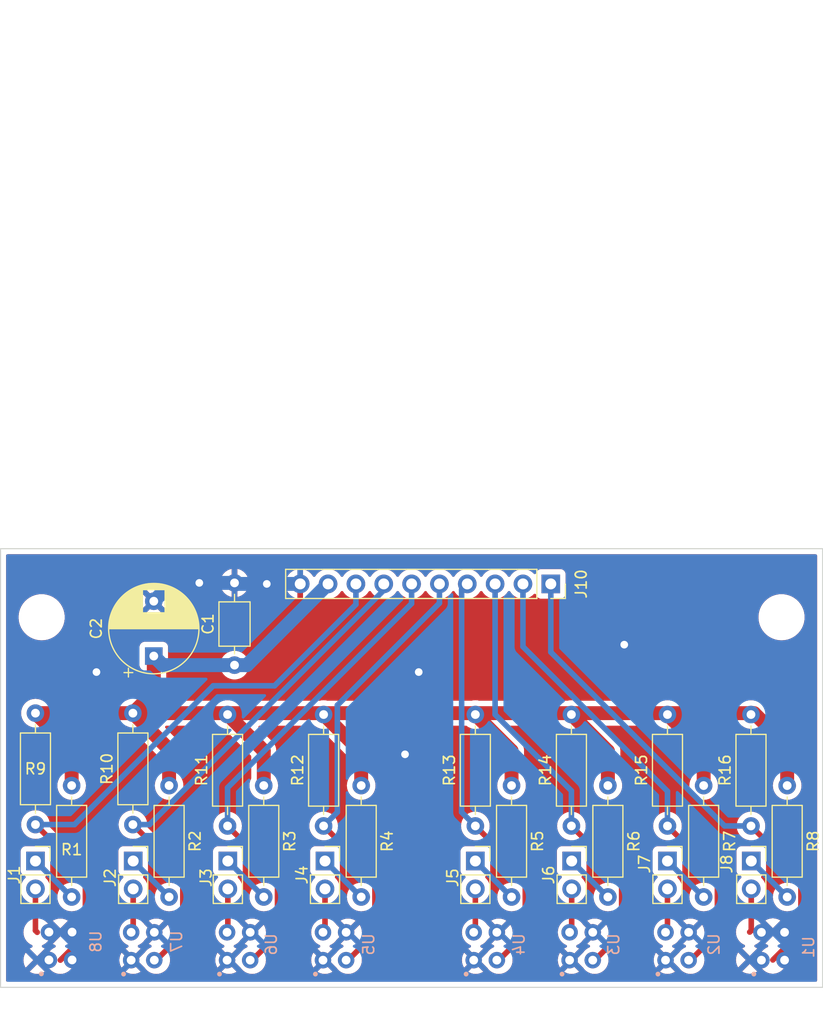
<source format=kicad_pcb>
(kicad_pcb (version 20211014) (generator pcbnew)
  (layers (0 "F.Cu" signal) (31 "B.Cu" signal) (34 "B.Paste" user) (35 "F.Paste" user) (36 "B.SilkS" user "B.Silkscreen") (37 "F.SilkS" user "F.Silkscreen") (38 "B.Mask" user) (39 "F.Mask" user) (44 "Edge.Cuts" user))
  (net 0 "")
  (net 1 "+3V3")
  (net 2 "GND")
  (net 3 "Net-(J1-Pad1)")
  (net 4 "Net-(J1-Pad2)")
  (net 5 "Net-(J2-Pad1)")
  (net 6 "Net-(J2-Pad2)")
  (net 7 "Net-(J3-Pad1)")
  (net 8 "Net-(J3-Pad2)")
  (net 9 "Net-(J4-Pad1)")
  (net 10 "Net-(J4-Pad2)")
  (net 11 "Net-(J5-Pad1)")
  (net 12 "Net-(J5-Pad2)")
  (net 13 "Net-(J6-Pad1)")
  (net 14 "Net-(J6-Pad2)")
  (net 15 "Net-(J7-Pad1)")
  (net 16 "Net-(J7-Pad2)")
  (net 17 "Net-(J8-Pad1)")
  (net 18 "Net-(J8-Pad2)")
  (net 19 "s7")
  (net 20 "s6")
  (net 21 "s0")
  (net 22 "s1")
  (net 23 "s2")
  (net 24 "s3")
  (net 25 "s4")
  (net 26 "s5")
  (footprint "Resistor_THT:R_Axial_DIN0207_L6.3mm_D2.5mm_P10.16mm_Horizontal" (layer "F.Cu") (at 165.862 101.6 -90)
    (fp_text reference "R3" (at 5.08 -2.37 90) (layer "F.SilkS"))
    (fp_text value "91")
    (pad "1" thru_hole circle (at 0 0 270) (size 1.6 1.6) (drill 0.8) (layers *.Cu *.Mask) (net 1 "+3V3"))
    (pad "2" thru_hole oval (at 10.16 0 270) (size 1.6 1.6) (drill 0.8) (layers *.Cu *.Mask) (net 7 "Net-(J3-Pad1)"))
  )
  (footprint "Resistor_THT:R_Axial_DIN0207_L6.3mm_D2.5mm_P10.16mm_Horizontal" (layer "F.Cu") (at 153.924 105.156 90)
    (fp_text reference "R10" (at 5.08 -2.37 90) (layer "F.SilkS"))
    (fp_text value "R_Small")
    (pad "1" thru_hole circle (at 0 0 90) (size 1.6 1.6) (drill 0.8) (layers *.Cu *.Mask) (net 22 "s1"))
    (pad "2" thru_hole oval (at 10.16 0 90) (size 1.6 1.6) (drill 0.8) (layers *.Cu *.Mask) (net 1 "+3V3"))
  )
  (footprint "Capacitor_THT:C_Axial_L3.8mm_D2.6mm_P7.50mm_Horizontal" (layer "F.Cu") (at 163.195 90.618 90)
    (fp_text reference "C1" (at 3.75 -2.42 90) (layer "F.SilkS"))
    (fp_text value "C_Small")
    (pad "1" thru_hole circle (at 0 0 90) (size 1.6 1.6) (drill 0.8) (layers *.Cu *.Mask) (net 1 "+3V3"))
    (pad "2" thru_hole oval (at 7.5 0 90) (size 1.6 1.6) (drill 0.8) (layers *.Cu *.Mask) (net 2 "GND"))
  )
  (footprint "Connector_PinSocket_2.54mm:PinSocket_1x02_P2.54mm_Vertical" (layer "F.Cu") (at 185.166 108.478)
    (fp_text reference "J5" (at -2.0666 1.522 90) (layer "F.SilkS"))
    (fp_text value "jumper")
    (pad "1" thru_hole rect (at 0 0) (size 1.7 1.7) (drill 1) (layers *.Cu *.Mask) (net 11 "Net-(J5-Pad1)"))
    (pad "2" thru_hole oval (at 0 2.54) (size 1.7 1.7) (drill 1) (layers *.Cu *.Mask) (net 12 "Net-(J5-Pad2)"))
  )
  (footprint "Resistor_THT:R_Axial_DIN0207_L6.3mm_D2.5mm_P10.16mm_Horizontal" (layer "F.Cu") (at 174.752 101.6 -90)
    (fp_text reference "R4" (at 5.08 -2.37 90) (layer "F.SilkS"))
    (fp_text value "91")
    (pad "1" thru_hole circle (at 0 0 270) (size 1.6 1.6) (drill 0.8) (layers *.Cu *.Mask) (net 1 "+3V3"))
    (pad "2" thru_hole oval (at 10.16 0 270) (size 1.6 1.6) (drill 0.8) (layers *.Cu *.Mask) (net 9 "Net-(J4-Pad1)"))
  )
  (footprint "Resistor_THT:R_Axial_DIN0207_L6.3mm_D2.5mm_P10.16mm_Horizontal" (layer "F.Cu") (at 148.336 101.6 -90)
    (fp_text reference "R1" (at 5.842 0 180) (layer "F.SilkS"))
    (fp_text value "91")
    (pad "1" thru_hole circle (at 0 0 270) (size 1.6 1.6) (drill 0.8) (layers *.Cu *.Mask) (net 1 "+3V3"))
    (pad "2" thru_hole oval (at 10.16 0 270) (size 1.6 1.6) (drill 0.8) (layers *.Cu *.Mask) (net 3 "Net-(J1-Pad1)"))
  )
  (footprint "MountingHole:MountingHole_3.2mm_M3" (layer "F.Cu") (at 145.5994 86.25)
    (fp_text reference "REF**" hide)
    (fp_text value "MountingHole_3.2mm_M3" hide)
    (pad "" np_thru_hole circle (at 0 0) (size 3.2 3.2) (drill 3.2) (layers *.Cu *.Mask))
  )
  (footprint "Connector_PinSocket_2.54mm:PinSocket_1x02_P2.54mm_Vertical" (layer "F.Cu") (at 171.45 108.478)
    (fp_text reference "J4" (at -2.1006 1.27 90) (layer "F.SilkS"))
    (fp_text value "jumper")
    (pad "1" thru_hole rect (at 0 0) (size 1.7 1.7) (drill 1) (layers *.Cu *.Mask) (net 9 "Net-(J4-Pad1)"))
    (pad "2" thru_hole oval (at 0 2.54) (size 1.7 1.7) (drill 1) (layers *.Cu *.Mask) (net 10 "Net-(J4-Pad2)"))
  )
  (footprint "Connector_PinSocket_2.54mm:PinSocket_1x02_P2.54mm_Vertical" (layer "F.Cu") (at 145.034 108.478)
    (fp_text reference "J1" (at -1.9346 1.27 90) (layer "F.SilkS"))
    (fp_text value "jumper")
    (pad "1" thru_hole rect (at 0 0) (size 1.7 1.7) (drill 1) (layers *.Cu *.Mask) (net 3 "Net-(J1-Pad1)"))
    (pad "2" thru_hole oval (at 0 2.54) (size 1.7 1.7) (drill 1) (layers *.Cu *.Mask) (net 4 "Net-(J1-Pad2)"))
  )
  (footprint "Resistor_THT:R_Axial_DIN0207_L6.3mm_D2.5mm_P10.16mm_Horizontal" (layer "F.Cu") (at 162.56 105.283 90)
    (fp_text reference "R11" (at 5.08 -2.37 90) (layer "F.SilkS"))
    (fp_text value "R_Small")
    (pad "1" thru_hole circle (at 0 0 90) (size 1.6 1.6) (drill 0.8) (layers *.Cu *.Mask) (net 23 "s2"))
    (pad "2" thru_hole oval (at 10.16 0 90) (size 1.6 1.6) (drill 0.8) (layers *.Cu *.Mask) (net 1 "+3V3"))
  )
  (footprint "Resistor_THT:R_Axial_DIN0207_L6.3mm_D2.5mm_P10.16mm_Horizontal" (layer "F.Cu") (at 171.323 105.283 90)
    (fp_text reference "R12" (at 5.08 -2.37 90) (layer "F.SilkS"))
    (fp_text value "R_Small")
    (pad "1" thru_hole circle (at 0 0 90) (size 1.6 1.6) (drill 0.8) (layers *.Cu *.Mask) (net 24 "s3"))
    (pad "2" thru_hole oval (at 10.16 0 90) (size 1.6 1.6) (drill 0.8) (layers *.Cu *.Mask) (net 1 "+3V3"))
  )
  (footprint "Connector_PinSocket_2.54mm:PinSocket_1x10_P2.54mm_Vertical" (layer "F.Cu") (at 192.0494 83.2104 -90)
    (fp_text reference "J10" (at 0 -2.77 90) (layer "F.SilkS"))
    (fp_text value "Conn_01x10_Male")
    (pad "1" thru_hole rect (at 0 0 270) (size 1.7 1.7) (drill 1) (layers *.Cu *.Mask) (net 19 "s7"))
    (pad "2" thru_hole oval (at 0 2.54 270) (size 1.7 1.7) (drill 1) (layers *.Cu *.Mask) (net 20 "s6"))
    (pad "3" thru_hole oval (at 0 5.08 270) (size 1.7 1.7) (drill 1) (layers *.Cu *.Mask) (net 26 "s5"))
    (pad "4" thru_hole oval (at 0 7.62 270) (size 1.7 1.7) (drill 1) (layers *.Cu *.Mask) (net 25 "s4"))
    (pad "5" thru_hole oval (at 0 10.16 270) (size 1.7 1.7) (drill 1) (layers *.Cu *.Mask) (net 24 "s3"))
    (pad "6" thru_hole oval (at 0 12.7 270) (size 1.7 1.7) (drill 1) (layers *.Cu *.Mask) (net 23 "s2"))
    (pad "7" thru_hole oval (at 0 15.24 270) (size 1.7 1.7) (drill 1) (layers *.Cu *.Mask) (net 22 "s1"))
    (pad "8" thru_hole oval (at 0 17.78 270) (size 1.7 1.7) (drill 1) (layers *.Cu *.Mask) (net 21 "s0"))
    (pad "9" thru_hole oval (at 0 20.32 270) (size 1.7 1.7) (drill 1) (layers *.Cu *.Mask) (net 1 "+3V3"))
    (pad "10" thru_hole oval (at 0 22.86 270) (size 1.7 1.7) (drill 1) (layers *.Cu *.Mask) (net 2 "GND"))
  )
  (footprint "Capacitor_THT:CP_Radial_D8.0mm_P5.00mm" (layer "F.Cu") (at 155.829 89.789 90)
    (fp_text reference "C2" (at 2.5 -5.25 90) (layer "F.SilkS"))
    (fp_text value "C_Polarized_Small")
    (pad "1" thru_hole rect (at 0 0 90) (size 1.6 1.6) (drill 0.8) (layers *.Cu *.Mask) (net 1 "+3V3"))
    (pad "2" thru_hole circle (at 5 0 90) (size 1.6 1.6) (drill 0.8) (layers *.Cu *.Mask) (net 2 "GND"))
  )
  (footprint "Resistor_THT:R_Axial_DIN0207_L6.3mm_D2.5mm_P10.16mm_Horizontal" (layer "F.Cu") (at 157.226 101.6 -90)
    (fp_text reference "R2" (at 5.08 -2.37 90) (layer "F.SilkS"))
    (fp_text value "91")
    (pad "1" thru_hole circle (at 0 0 270) (size 1.6 1.6) (drill 0.8) (layers *.Cu *.Mask) (net 1 "+3V3"))
    (pad "2" thru_hole oval (at 10.16 0 270) (size 1.6 1.6) (drill 0.8) (layers *.Cu *.Mask) (net 5 "Net-(J2-Pad1)"))
  )
  (footprint "Resistor_THT:R_Axial_DIN0207_L6.3mm_D2.5mm_P10.16mm_Horizontal" (layer "F.Cu") (at 205.994 101.6 -90)
    (fp_text reference "R7" (at 5.08 -2.37 90) (layer "F.SilkS"))
    (fp_text value "91")
    (pad "1" thru_hole circle (at 0 0 270) (size 1.6 1.6) (drill 0.8) (layers *.Cu *.Mask) (net 1 "+3V3"))
    (pad "2" thru_hole oval (at 10.16 0 270) (size 1.6 1.6) (drill 0.8) (layers *.Cu *.Mask) (net 15 "Net-(J7-Pad1)"))
  )
  (footprint "Resistor_THT:R_Axial_DIN0207_L6.3mm_D2.5mm_P10.16mm_Horizontal" (layer "F.Cu") (at 210.312 105.283 90)
    (fp_text reference "R16" (at 5.08 -2.37 90) (layer "F.SilkS"))
    (fp_text value "R_Small")
    (pad "1" thru_hole circle (at 0 0 90) (size 1.6 1.6) (drill 0.8) (layers *.Cu *.Mask) (net 19 "s7"))
    (pad "2" thru_hole oval (at 10.16 0 90) (size 1.6 1.6) (drill 0.8) (layers *.Cu *.Mask) (net 1 "+3V3"))
  )
  (footprint "Resistor_THT:R_Axial_DIN0207_L6.3mm_D2.5mm_P10.16mm_Horizontal" (layer "F.Cu") (at 197.256 101.6 -90)
    (fp_text reference "R6" (at 5.08 -2.37 90) (layer "F.SilkS"))
    (fp_text value "91")
    (pad "1" thru_hole circle (at 0 0 270) (size 1.6 1.6) (drill 0.8) (layers *.Cu *.Mask) (net 1 "+3V3"))
    (pad "2" thru_hole oval (at 10.16 0 270) (size 1.6 1.6) (drill 0.8) (layers *.Cu *.Mask) (net 13 "Net-(J6-Pad1)"))
  )
  (footprint "Connector_PinSocket_2.54mm:PinSocket_1x02_P2.54mm_Vertical" (layer "F.Cu") (at 202.692 108.478)
    (fp_text reference "J7" (at -2.0926 0.272 90) (layer "F.SilkS"))
    (fp_text value "jumper")
    (pad "1" thru_hole rect (at 0 0) (size 1.7 1.7) (drill 1) (layers *.Cu *.Mask) (net 15 "Net-(J7-Pad1)"))
    (pad "2" thru_hole oval (at 0 2.54) (size 1.7 1.7) (drill 1) (layers *.Cu *.Mask) (net 16 "Net-(J7-Pad2)"))
  )
  (footprint "Resistor_THT:R_Axial_DIN0207_L6.3mm_D2.5mm_P10.16mm_Horizontal" (layer "F.Cu") (at 193.929 105.283 90)
    (fp_text reference "R14" (at 5.08 -2.37 90) (layer "F.SilkS"))
    (fp_text value "R_Small")
    (pad "1" thru_hole circle (at 0 0 90) (size 1.6 1.6) (drill 0.8) (layers *.Cu *.Mask) (net 26 "s5"))
    (pad "2" thru_hole oval (at 10.16 0 90) (size 1.6 1.6) (drill 0.8) (layers *.Cu *.Mask) (net 1 "+3V3"))
  )
  (footprint "Resistor_THT:R_Axial_DIN0207_L6.3mm_D2.5mm_P10.16mm_Horizontal" (layer "F.Cu") (at 188.468 101.6 -90)
    (fp_text reference "R5" (at 5.08 -2.37 90) (layer "F.SilkS"))
    (fp_text value "91")
    (pad "1" thru_hole circle (at 0 0 270) (size 1.6 1.6) (drill 0.8) (layers *.Cu *.Mask) (net 1 "+3V3"))
    (pad "2" thru_hole oval (at 10.16 0 270) (size 1.6 1.6) (drill 0.8) (layers *.Cu *.Mask) (net 11 "Net-(J5-Pad1)"))
  )
  (footprint "Resistor_THT:R_Axial_DIN0207_L6.3mm_D2.5mm_P10.16mm_Horizontal" (layer "F.Cu") (at 202.692 105.283 90)
    (fp_text reference "R15" (at 5.08 -2.37 90) (layer "F.SilkS"))
    (fp_text value "R_Small")
    (pad "1" thru_hole circle (at 0 0 90) (size 1.6 1.6) (drill 0.8) (layers *.Cu *.Mask) (net 20 "s6"))
    (pad "2" thru_hole oval (at 10.16 0 90) (size 1.6 1.6) (drill 0.8) (layers *.Cu *.Mask) (net 1 "+3V3"))
  )
  (footprint "Connector_PinSocket_2.54mm:PinSocket_1x02_P2.54mm_Vertical" (layer "F.Cu") (at 210.337 108.478)
    (fp_text reference "J8" (at -2.2376 0.272 90) (layer "F.SilkS"))
    (fp_text value "jumper")
    (pad "1" thru_hole rect (at 0 0) (size 1.7 1.7) (drill 1) (layers *.Cu *.Mask) (net 17 "Net-(J8-Pad1)"))
    (pad "2" thru_hole oval (at 0 2.54) (size 1.7 1.7) (drill 1) (layers *.Cu *.Mask) (net 18 "Net-(J8-Pad2)"))
  )
  (footprint "MountingHole:MountingHole_3.2mm_M3" (layer "F.Cu") (at 213.0994 86.25)
    (fp_text reference "REF**" hide)
    (fp_text value "MountingHole_3.2mm_M3" hide)
    (pad "" np_thru_hole circle (at 0 0) (size 3.2 3.2) (drill 3.2) (layers *.Cu *.Mask))
  )
  (footprint "Connector_PinSocket_2.54mm:PinSocket_1x02_P2.54mm_Vertical" (layer "F.Cu") (at 193.954 108.478)
    (fp_text reference "J6" (at -2.1046 1.27 90) (layer "F.SilkS"))
    (fp_text value "jumper")
    (pad "1" thru_hole rect (at 0 0) (size 1.7 1.7) (drill 1) (layers *.Cu *.Mask) (net 13 "Net-(J6-Pad1)"))
    (pad "2" thru_hole oval (at 0 2.54) (size 1.7 1.7) (drill 1) (layers *.Cu *.Mask) (net 14 "Net-(J6-Pad2)"))
  )
  (footprint "Resistor_THT:R_Axial_DIN0207_L6.3mm_D2.5mm_P10.16mm_Horizontal" (layer "F.Cu") (at 185.166 105.283 90)
    (fp_text reference "R13" (at 5.08 -2.37 90) (layer "F.SilkS"))
    (fp_text value "R_Small")
    (pad "1" thru_hole circle (at 0 0 90) (size 1.6 1.6) (drill 0.8) (layers *.Cu *.Mask) (net 25 "s4"))
    (pad "2" thru_hole oval (at 10.16 0 90) (size 1.6 1.6) (drill 0.8) (layers *.Cu *.Mask) (net 1 "+3V3"))
  )
  (footprint "Connector_PinSocket_2.54mm:PinSocket_1x02_P2.54mm_Vertical" (layer "F.Cu") (at 153.949 108.478)
    (fp_text reference "J2" (at -2.0996 1.522 90) (layer "F.SilkS"))
    (fp_text value "jumper")
    (pad "1" thru_hole rect (at 0 0) (size 1.7 1.7) (drill 1) (layers *.Cu *.Mask) (net 5 "Net-(J2-Pad1)"))
    (pad "2" thru_hole oval (at 0 2.54) (size 1.7 1.7) (drill 1) (layers *.Cu *.Mask) (net 6 "Net-(J2-Pad2)"))
  )
  (footprint "Connector_PinSocket_2.54mm:PinSocket_1x02_P2.54mm_Vertical" (layer "F.Cu") (at 162.585 108.478)
    (fp_text reference "J3" (at -1.9856 1.522 90) (layer "F.SilkS"))
    (fp_text value "jumper")
    (pad "1" thru_hole rect (at 0 0) (size 1.7 1.7) (drill 1) (layers *.Cu *.Mask) (net 7 "Net-(J3-Pad1)"))
    (pad "2" thru_hole oval (at 0 2.54) (size 1.7 1.7) (drill 1) (layers *.Cu *.Mask) (net 8 "Net-(J3-Pad2)"))
  )
  (footprint "Resistor_THT:R_Axial_DIN0207_L6.3mm_D2.5mm_P10.16mm_Horizontal" (layer "F.Cu") (at 213.614 101.6 -90)
    (fp_text reference "R8" (at 5.08 -2.37 90) (layer "F.SilkS"))
    (fp_text value "91")
    (pad "1" thru_hole circle (at 0 0 270) (size 1.6 1.6) (drill 0.8) (layers *.Cu *.Mask) (net 1 "+3V3"))
    (pad "2" thru_hole oval (at 10.16 0 270) (size 1.6 1.6) (drill 0.8) (layers *.Cu *.Mask) (net 17 "Net-(J8-Pad1)"))
  )
  (footprint "Resistor_THT:R_Axial_DIN0207_L6.3mm_D2.5mm_P10.16mm_Horizontal" (layer "F.Cu") (at 145.034 105.156 90)
    (fp_text reference "R9" (at 5.08 0 180) (layer "F.SilkS"))
    (fp_text value "R_Small")
    (pad "1" thru_hole circle (at 0 0 90) (size 1.6 1.6) (drill 0.8) (layers *.Cu *.Mask) (net 21 "s0"))
    (pad "2" thru_hole oval (at 10.16 0 90) (size 1.6 1.6) (drill 0.8) (layers *.Cu *.Mask) (net 1 "+3V3"))
  )
  (footprint "qrd111x:qrd111x" (layer "B.Cu") (at 147.32 116.23)
    (fp_text reference "U8" (at 3.224 -0.406 90 unlocked) (layer "B.SilkS") (effects (justify mirror)))
    (fp_text value "qrd111x")
    (pad "1" thru_hole circle (at -1.055 1.27 180) (size 1.5 1.5) (drill 0.8) (layers *.Cu *.Mask) (net 19 "s7"))
    (pad "2" thru_hole circle (at -1.055 -1.27 180) (size 1.5 1.5) (drill 0.8) (layers *.Cu *.Mask) (net 2 "GND"))
    (pad "3" thru_hole circle (at 1.055 -1.27 180) (size 1.5 1.5) (drill 0.8) (layers *.Cu *.Mask) (net 18 "Net-(J8-Pad2)"))
    (pad "4" thru_hole circle (at 1.055 1.27 180) (size 1.5 1.5) (drill 0.8) (layers *.Cu *.Mask) (net 2 "GND"))
  )
  (footprint "qrd111x:qrd111x" (layer "B.Cu") (at 163.57 116.25)
    (fp_text reference "U6" (at 2.976 -0.172 90 unlocked) (layer "B.SilkS") (effects (justify mirror)))
    (fp_text value "qrd111x")
    (pad "1" thru_hole circle (at -1.055 1.27 180) (size 1.5 1.5) (drill 0.8) (layers *.Cu *.Mask) (net 26 "s5"))
    (pad "2" thru_hole circle (at -1.055 -1.27 180) (size 1.5 1.5) (drill 0.8) (layers *.Cu *.Mask) (net 2 "GND"))
    (pad "3" thru_hole circle (at 1.055 -1.27 180) (size 1.5 1.5) (drill 0.8) (layers *.Cu *.Mask) (net 14 "Net-(J6-Pad2)"))
    (pad "4" thru_hole circle (at 1.055 1.27 180) (size 1.5 1.5) (drill 0.8) (layers *.Cu *.Mask) (net 2 "GND"))
  )
  (footprint "qrd111x:qrd111x" (layer "B.Cu") (at 154.82 116.25)
    (fp_text reference "U7" (at 3.09 -0.426 90 unlocked) (layer "B.SilkS") (effects (justify mirror)))
    (fp_text value "qrd111x")
    (pad "1" thru_hole circle (at -1.055 1.27 180) (size 1.5 1.5) (drill 0.8) (layers *.Cu *.Mask) (net 20 "s6"))
    (pad "2" thru_hole circle (at -1.055 -1.27 180) (size 1.5 1.5) (drill 0.8) (layers *.Cu *.Mask) (net 2 "GND"))
    (pad "3" thru_hole circle (at 1.055 -1.27 180) (size 1.5 1.5) (drill 0.8) (layers *.Cu *.Mask) (net 16 "Net-(J7-Pad2)"))
    (pad "4" thru_hole circle (at 1.055 1.27 180) (size 1.5 1.5) (drill 0.8) (layers *.Cu *.Mask) (net 2 "GND"))
  )
  (footprint "qrd111x:qrd111x" (layer "B.Cu") (at 203.57 116.25)
    (fp_text reference "U2" (at 3.362 -0.172 90 unlocked) (layer "B.SilkS") (effects (justify mirror)))
    (fp_text value "qrd111x")
    (pad "1" thru_hole circle (at -1.055 1.27 180) (size 1.5 1.5) (drill 0.8) (layers *.Cu *.Mask) (net 22 "s1"))
    (pad "2" thru_hole circle (at -1.055 -1.27 180) (size 1.5 1.5) (drill 0.8) (layers *.Cu *.Mask) (net 2 "GND"))
    (pad "3" thru_hole circle (at 1.055 -1.27 180) (size 1.5 1.5) (drill 0.8) (layers *.Cu *.Mask) (net 6 "Net-(J2-Pad2)"))
    (pad "4" thru_hole circle (at 1.055 1.27 180) (size 1.5 1.5) (drill 0.8) (layers *.Cu *.Mask) (net 2 "GND"))
  )
  (footprint "qrd111x:qrd111x" (layer "B.Cu") (at 212.32 116.25)
    (fp_text reference "U1" (at 3.248 0.082 90 unlocked) (layer "B.SilkS") (effects (justify mirror)))
    (fp_text value "qrd111x")
    (pad "1" thru_hole circle (at -1.055 1.27 180) (size 1.5 1.5) (drill 0.8) (layers *.Cu *.Mask) (net 21 "s0"))
    (pad "2" thru_hole circle (at -1.055 -1.27 180) (size 1.5 1.5) (drill 0.8) (layers *.Cu *.Mask) (net 2 "GND"))
    (pad "3" thru_hole circle (at 1.055 -1.27 180) (size 1.5 1.5) (drill 0.8) (layers *.Cu *.Mask) (net 4 "Net-(J1-Pad2)"))
    (pad "4" thru_hole circle (at 1.055 1.27 180) (size 1.5 1.5) (drill 0.8) (layers *.Cu *.Mask) (net 2 "GND"))
  )
  (footprint "qrd111x:qrd111x" (layer "B.Cu") (at 172.32 116.25)
    (fp_text reference "U5" (at 3.116 -0.172 90 unlocked) (layer "B.SilkS") (effects (justify mirror)))
    (fp_text value "qrd111x")
    (pad "1" thru_hole circle (at -1.055 1.27 180) (size 1.5 1.5) (drill 0.8) (layers *.Cu *.Mask) (net 25 "s4"))
    (pad "2" thru_hole circle (at -1.055 -1.27 180) (size 1.5 1.5) (drill 0.8) (layers *.Cu *.Mask) (net 2 "GND"))
    (pad "3" thru_hole circle (at 1.055 -1.27 180) (size 1.5 1.5) (drill 0.8) (layers *.Cu *.Mask) (net 12 "Net-(J5-Pad2)"))
    (pad "4" thru_hole circle (at 1.055 1.27 180) (size 1.5 1.5) (drill 0.8) (layers *.Cu *.Mask) (net 2 "GND"))
  )
  (footprint "qrd111x:qrd111x" (layer "B.Cu") (at 194.82 116.25)
    (fp_text reference "U3" (at 2.968 -0.172 90 unlocked) (layer "B.SilkS") (effects (justify mirror)))
    (fp_text value "qrd111x")
    (pad "1" thru_hole circle (at -1.055 1.27 180) (size 1.5 1.5) (drill 0.8) (layers *.Cu *.Mask) (net 23 "s2"))
    (pad "2" thru_hole circle (at -1.055 -1.27 180) (size 1.5 1.5) (drill 0.8) (layers *.Cu *.Mask) (net 2 "GND"))
    (pad "3" thru_hole circle (at 1.055 -1.27 180) (size 1.5 1.5) (drill 0.8) (layers *.Cu *.Mask) (net 8 "Net-(J3-Pad2)"))
    (pad "4" thru_hole circle (at 1.055 1.27 180) (size 1.5 1.5) (drill 0.8) (layers *.Cu *.Mask) (net 2 "GND"))
  )
  (footprint "qrd111x:qrd111x" (layer "B.Cu") (at 186.07 116.25)
    (fp_text reference "U4" (at 3.082 -0.172 90 unlocked) (layer "B.SilkS") (effects (justify mirror)))
    (fp_text value "qrd111x")
    (pad "1" thru_hole circle (at -1.055 1.27 180) (size 1.5 1.5) (drill 0.8) (layers *.Cu *.Mask) (net 24 "s3"))
    (pad "2" thru_hole circle (at -1.055 -1.27 180) (size 1.5 1.5) (drill 0.8) (layers *.Cu *.Mask) (net 2 "GND"))
    (pad "3" thru_hole circle (at 1.055 -1.27 180) (size 1.5 1.5) (drill 0.8) (layers *.Cu *.Mask) (net 10 "Net-(J4-Pad2)"))
    (pad "4" thru_hole circle (at 1.055 1.27 180) (size 1.5 1.5) (drill 0.8) (layers *.Cu *.Mask) (net 2 "GND"))
  )
  (gr_rect (start 216.8494 120) (end 141.8494 80) (layer "Edge.Cuts") (width 0.1) (fill none))
  (gr_text "solsticio" (at 203.2 83.82) (layer "F.Cu") (effects (font (size 1.5 1.5) (thickness 0.3))))
  (segment (start 188.468 101.6) (end 188.468 98.425) (width 1.27) (layer "F.Cu") (net 1))
  (segment (start 197.256 98.45) (end 193.929 95.123) (width 1.27) (layer "F.Cu") (net 1))
  (segment (start 155.829 89.789) (end 155.829 93.091) (width 1.27) (layer "F.Cu") (net 1))
  (segment (start 205.994 98.425) (end 202.692 95.123) (width 1.27) (layer "F.Cu") (net 1))
  (segment (start 210.185 94.996) (end 210.312 95.123) (width 1.27) (layer "F.Cu") (net 1))
  (segment (start 213.614 101.6) (end 213.614 98.0146) (width 1.27) (layer "F.Cu") (net 1))
  (segment (start 210.5994 95) (end 210.435 95) (width 1.27) (layer "F.Cu") (net 1))
  (segment (start 148.336 98.298) (end 145.034 94.996) (width 1.27) (layer "F.Cu") (net 1))
  (segment (start 174.752 101.6) (end 174.752 98.552) (width 1.27) (layer "F.Cu") (net 1))
  (segment (start 148.336 101.6) (end 148.336 98.298) (width 1.27) (layer "F.Cu") (net 1))
  (segment (start 210.435 95) (end 210.312 95.123) (width 1.27) (layer "F.Cu") (net 1))
  (segment (start 188.468 98.425) (end 185.166 95.123) (width 1.27) (layer "F.Cu") (net 1))
  (segment (start 205.994 101.6) (end 205.994 98.425) (width 1.27) (layer "F.Cu") (net 1))
  (segment (start 155.829 93.091) (end 153.924 94.996) (width 1.27) (layer "F.Cu") (net 1))
  (segment (start 197.256 101.6) (end 197.256 98.45) (width 1.27) (layer "F.Cu") (net 1))
  (segment (start 157.226 98.298) (end 153.924 94.996) (width 1.27) (layer "F.Cu") (net 1))
  (segment (start 165.862 101.6) (end 165.862 98.425) (width 1.27) (layer "F.Cu") (net 1))
  (segment (start 165.862 98.425) (end 162.56 95.123) (width 1.27) (layer "F.Cu") (net 1))
  (segment (start 145.034 94.996) (end 210.185 94.996) (width 1.27) (layer "F.Cu") (net 1))
  (segment (start 157.226 101.6) (end 157.226 98.298) (width 1.27) (layer "F.Cu") (net 1))
  (segment (start 213.614 98.0146) (end 210.5994 95) (width 1.27) (layer "F.Cu") (net 1))
  (segment (start 174.752 98.552) (end 171.323 95.123) (width 1.27) (layer "F.Cu") (net 1))
  (segment (start 163.195 90.618) (end 156.658 90.618) (width 1.27) (layer "B.Cu") (net 1))
  (segment (start 171.7294 83.2104) (end 164.3218 90.618) (width 1.27) (layer "B.Cu") (net 1))
  (segment (start 156.658 90.618) (end 155.829 89.789) (width 1.27) (layer "B.Cu") (net 1))
  (segment (start 164.3218 90.618) (end 163.195 90.618) (width 1.27) (layer "B.Cu") (net 1))
  (via (at 166.139 83.2104) (size 1) (drill 0.7) (layers "F.Cu" "B.Cu") (net 2))
  (via (at 159.9814 83.118) (size 1) (drill 0.7) (layers "F.Cu" "B.Cu") (net 2))
  (via (at 198.75 88.75) (size 1) (drill 0.7) (layers "F.Cu" "B.Cu") (net 2))
  (via (at 180 91.25) (size 1) (drill 0.7) (layers "F.Cu" "B.Cu") (net 2))
  (via (at 178.75 98.75) (size 1) (drill 0.7) (layers "F.Cu" "B.Cu") (net 2))
  (via (at 150.5994 91.25) (size 1) (drill 0.7) (layers "F.Cu" "B.Cu") (net 2))
  (segment (start 163.195 83.118) (end 159.9814 83.118) (width 1.27) (layer "B.Cu") (net 2))
  (segment (start 169.1894 83.2104) (end 166.139 83.2104) (width 1.27) (layer "B.Cu") (net 2))
  (segment (start 166.139 83.2104) (end 163.2874 83.2104) (width 1.27) (layer "B.Cu") (net 2))
  (segment (start 159.9814 83.118) (end 157.5 83.118) (width 1.27) (layer "B.Cu") (net 2))
  (segment (start 163.2874 83.2104) (end 163.195 83.118) (width 1.27) (layer "B.Cu") (net 2))
  (segment (start 157.5 83.118) (end 155.829 84.789) (width 1.27) (layer "B.Cu") (net 2))
  (segment (start 148.316 111.76) (end 145.034 108.478) (width 0.508) (layer "B.Cu") (net 3))
  (segment (start 148.336 111.76) (end 148.316 111.76) (width 0.508) (layer "B.Cu") (net 3))
  (segment (start 145.034 111.018) (end 145.034 114.819) (width 0.508) (layer "F.Cu") (net 4))
  (segment (start 145.034 114.819) (end 145.195 114.98) (width 0.508) (layer "F.Cu") (net 4))
  (segment (start 157.226 111.755) (end 153.949 108.478) (width 0.508) (layer "B.Cu") (net 5))
  (segment (start 157.226 111.76) (end 157.226 111.755) (width 0.508) (layer "B.Cu") (net 5))
  (segment (start 153.949 114.976) (end 153.945 114.98) (width 0.508) (layer "F.Cu") (net 6))
  (segment (start 153.949 111.018) (end 153.949 114.976) (width 0.508) (layer "F.Cu") (net 6))
  (segment (start 165.862 111.76) (end 165.862 111.755) (width 0.508) (layer "B.Cu") (net 7))
  (segment (start 165.862 111.755) (end 162.585 108.478) (width 0.508) (layer "B.Cu") (net 7))
  (segment (start 162.585 114.87) (end 162.695 114.98) (width 0.508) (layer "F.Cu") (net 8))
  (segment (start 162.585 111.018) (end 162.585 114.87) (width 0.508) (layer "F.Cu") (net 8))
  (segment (start 174.752 111.76) (end 174.732 111.76) (width 0.508) (layer "B.Cu") (net 9))
  (segment (start 174.732 111.76) (end 171.45 108.478) (width 0.508) (layer "B.Cu") (net 9))
  (segment (start 171.45 114.975) (end 171.445 114.98) (width 0.508) (layer "F.Cu") (net 10))
  (segment (start 171.45 111.018) (end 171.45 114.975) (width 0.508) (layer "F.Cu") (net 10))
  (segment (start 188.468 111.76) (end 188.448 111.76) (width 0.508) (layer "B.Cu") (net 11))
  (segment (start 188.448 111.76) (end 185.166 108.478) (width 0.508) (layer "B.Cu") (net 11))
  (segment (start 185.166 114.951) (end 185.195 114.98) (width 0.508) (layer "F.Cu") (net 12))
  (segment (start 185.166 111.018) (end 185.166 114.951) (width 0.508) (layer "F.Cu") (net 12))
  (segment (start 197.256 111.76) (end 197.236 111.76) (width 0.508) (layer "B.Cu") (net 13))
  (segment (start 197.236 111.76) (end 193.954 108.478) (width 0.508) (layer "B.Cu") (net 13))
  (segment (start 193.954 114.971) (end 193.945 114.98) (width 0.508) (layer "F.Cu") (net 14))
  (segment (start 193.954 111.018) (end 193.954 114.971) (width 0.508) (layer "F.Cu") (net 14))
  (segment (start 205.994 111.76) (end 205.974 111.76) (width 0.508) (layer "B.Cu") (net 15))
  (segment (start 205.974 111.76) (end 202.692 108.478) (width 0.508) (layer "B.Cu") (net 15))
  (segment (start 202.692 114.977) (end 202.695 114.98) (width 0.508) (layer "F.Cu") (net 16))
  (segment (start 202.692 111.018) (end 202.692 114.977) (width 0.508) (layer "F.Cu") (net 16))
  (segment (start 213.614 111.76) (end 213.614 111.755) (width 0.508) (layer "B.Cu") (net 17))
  (segment (start 213.614 111.755) (end 210.337 108.478) (width 0.508) (layer "B.Cu") (net 17))
  (segment (start 210.337 111.018) (end 210.337 114.818) (width 0.508) (layer "F.Cu") (net 18))
  (segment (start 210.337 114.818) (end 210.195 114.96) (width 0.508) (layer "F.Cu") (net 18))
  (segment (start 214.867511 109.838511) (end 210.312 105.283) (width 0.508) (layer "F.Cu") (net 19))
  (segment (start 214.867511 114.937489) (end 214.867511 109.838511) (width 0.508) (layer "F.Cu") (net 19))
  (segment (start 212.305 117.5) (end 214.867511 114.937489) (width 0.508) (layer "F.Cu") (net 19))
  (segment (start 210.312 105.283) (end 207.904267 105.283) (width 0.508) (layer "B.Cu") (net 19))
  (segment (start 207.904267 105.283) (end 192.0494 89.428133) (width 0.508) (layer "B.Cu") (net 19))
  (segment (start 192.0494 89.428133) (end 192.0494 83.2104) (width 0.508) (layer "B.Cu") (net 19))
  (segment (start 204.805 117.52) (end 207.247511 115.077489) (width 0.508) (layer "F.Cu") (net 20))
  (segment (start 207.247511 115.077489) (end 207.247511 109.838511) (width 0.508) (layer "F.Cu") (net 20))
  (segment (start 207.247511 109.838511) (end 202.692 105.283) (width 0.508) (layer "F.Cu") (net 20))
  (segment (start 202.692 105.283) (end 202.692 102.113267) (width 0.508) (layer "B.Cu") (net 20))
  (segment (start 202.692 102.113267) (end 189.5094 88.930667) (width 0.508) (layer "B.Cu") (net 20))
  (segment (start 189.5094 88.930667) (end 189.5094 83.2104) (width 0.508) (layer "B.Cu") (net 20))
  (segment (start 149.589511 115.235489) (end 149.589511 109.711511) (width 0.508) (layer "F.Cu") (net 21))
  (segment (start 149.589511 109.711511) (end 145.034 105.156) (width 0.508) (layer "F.Cu") (net 21))
  (segment (start 147.305 117.52) (end 149.589511 115.235489) (width 0.508) (layer "F.Cu") (net 21))
  (segment (start 174.2694 83.2104) (end 174.2694 85.08) (width 0.508) (layer "B.Cu") (net 21))
  (segment (start 148.594 105.156) (end 145.034 105.156) (width 0.508) (layer "B.Cu") (net 21))
  (segment (start 166.8494 92.5) (end 161.25 92.5) (width 0.508) (layer "B.Cu") (net 21))
  (segment (start 161.25 92.5) (end 148.594 105.156) (width 0.508) (layer "B.Cu") (net 21))
  (segment (start 174.2694 85.08) (end 166.8494 92.5) (width 0.508) (layer "B.Cu") (net 21))
  (segment (start 158.479511 109.711511) (end 153.924 105.156) (width 0.508) (layer "F.Cu") (net 22))
  (segment (start 156.055 117.52) (end 158.479511 115.095489) (width 0.508) (layer "F.Cu") (net 22))
  (segment (start 158.479511 115.095489) (end 158.479511 109.711511) (width 0.508) (layer "F.Cu") (net 22))
  (segment (start 155.442733 105.156) (end 176.8094 83.789333) (width 0.508) (layer "B.Cu") (net 22))
  (segment (start 153.924 105.156) (end 155.442733 105.156) (width 0.508) (layer "B.Cu") (net 22))
  (segment (start 176.8094 83.789333) (end 176.8094 83.2104) (width 0.508) (layer "B.Cu") (net 22))
  (segment (start 167.115511 109.838511) (end 162.56 105.283) (width 0.508) (layer "F.Cu") (net 23))
  (segment (start 164.805 117.52) (end 167.115511 115.209489) (width 0.508) (layer "F.Cu") (net 23))
  (segment (start 167.115511 115.209489) (end 167.115511 109.838511) (width 0.508) (layer "F.Cu") (net 23))
  (segment (start 179.3494 85) (end 179.3494 83.2104) (width 0.508) (layer "B.Cu") (net 23))
  (segment (start 162.56 105.283) (end 162.56 101.7894) (width 0.508) (layer "B.Cu") (net 23))
  (segment (start 162.56 101.7894) (end 179.3494 85) (width 0.508) (layer "B.Cu") (net 23))
  (segment (start 173.555 117.52) (end 176.005511 115.069489) (width 0.508) (layer "F.Cu") (net 24))
  (segment (start 176.005511 109.965511) (end 171.323 105.283) (width 0.508) (layer "F.Cu") (net 24))
  (segment (start 176.005511 115.069489) (end 176.005511 109.965511) (width 0.508) (layer "F.Cu") (net 24))
  (segment (start 171.323 105.283) (end 172.576511 104.029489) (width 0.508) (layer "B.Cu") (net 24))
  (segment (start 172.576511 104.029489) (end 172.576511 94.272889) (width 0.508) (layer "B.Cu") (net 24))
  (segment (start 181.8894 84.96) (end 181.8894 83.2104) (width 0.508) (layer "B.Cu") (net 24))
  (segment (start 172.576511 94.272889) (end 181.8894 84.96) (width 0.508) (layer "B.Cu") (net 24))
  (segment (start 187.305 117.52) (end 189.721511 115.103489) (width 0.508) (layer "F.Cu") (net 25))
  (segment (start 189.721511 109.838511) (end 185.166 105.283) (width 0.508) (layer "F.Cu") (net 25))
  (segment (start 189.721511 115.103489) (end 189.721511 109.838511) (width 0.508) (layer "F.Cu") (net 25))
  (segment (start 183.912489 104.029489) (end 183.912489 83.727311) (width 0.508) (layer "B.Cu") (net 25))
  (segment (start 185.166 105.283) (end 183.912489 104.029489) (width 0.508) (layer "B.Cu") (net 25))
  (segment (start 183.912489 83.727311) (end 184.4294 83.2104) (width 0.508) (layer "B.Cu") (net 25))
  (segment (start 198.509511 109.863511) (end 193.929 105.283) (width 0.508) (layer "F.Cu") (net 26))
  (segment (start 196.055 117.52) (end 198.509511 115.065489) (width 0.508) (layer "F.Cu") (net 26))
  (segment (start 198.509511 115.065489) (end 198.509511 109.863511) (width 0.508) (layer "F.Cu") (net 26))
  (segment (start 193.929 105.283) (end 193.929 102.0796) (width 0.508) (layer "B.Cu") (net 26))
  (segment (start 193.929 102.0796) (end 186.9694 95.12) (width 0.508) (layer "B.Cu") (net 26))
  (segment (start 186.9694 95.12) (end 186.9694 83.2104) (width 0.508) (layer "B.Cu") (net 26))
  (zone (net 2) (net_name "GND") (layers F&B.Cu) (connect_pads (clearance 0.508)) (min_thickness 0.254) (fill yes (thermal_gap 0.508) (thermal_bridge_width 0.508))
    (polygon (pts (xy 216.8494 120) (xy 141.8494 120) (xy 141.8494 80) (xy 216.8494 80)))
  )
  (zone (net 2) (net_name "GND") (layer "F.Cu") (connect_pads (clearance 0.508)) (min_thickness 0.254) (fill yes (thermal_gap 0.508) (thermal_bridge_width 0.508))
    (polygon (pts (xy 216.8494 120) (xy 141.8494 120) (xy 141.8494 80) (xy 216.8494 80)))
  )
)
</source>
